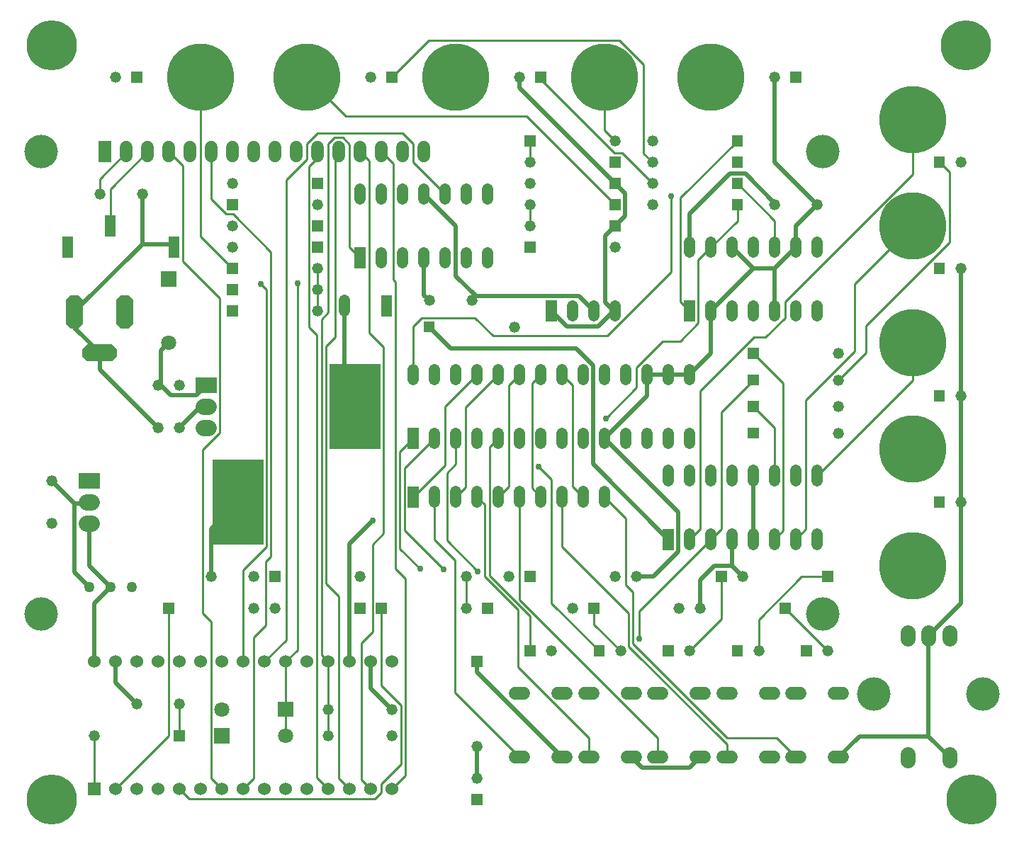
<source format=gbl>
%FSLAX24Y24*%
%MOIN*%
%ADD10C,0.0100*%
%ADD11C,0.0200*%
%ADD12C,0.0300*%
%ADD13C,0.0500*%
%ADD14C,0.0520*%
%ADD15C,0.0591*%
%ADD16C,0.0600*%
%ADD17C,0.0700*%
%ADD18C,0.0709*%
%ADD19C,0.0750*%
%ADD20C,0.1575*%
%ADD21C,0.2362*%
%ADD22C,0.3150*%
D10*
G01X10500Y27000D02*
X9000Y28500D01*
X9000Y28500D02*
X9000Y36000D01*
X8000Y6500D02*
X7999Y5000D01*
X21999Y16250D02*
X22348Y15901D01*
X22348Y15901D02*
X22348Y12499D01*
X22348Y12499D02*
X23919Y10928D01*
X23919Y10928D02*
X23919Y8244D01*
X23919Y8244D02*
X27250Y4913D01*
X27250Y4913D02*
X27250Y4000D01*
X23000Y21999D02*
X21452Y20452D01*
X21452Y20452D02*
X21452Y16702D01*
X21452Y16702D02*
X21000Y16250D01*
X25000Y21999D02*
X24589Y21589D01*
X24589Y21589D02*
X24589Y16660D01*
X24589Y16660D02*
X25000Y16250D01*
X28000Y16250D02*
X29000Y15250D01*
X29000Y15250D02*
X29000Y12089D01*
X29000Y12089D02*
X29320Y11769D01*
X29320Y11769D02*
X29320Y9342D01*
X29320Y9342D02*
X33762Y4900D01*
X33762Y4900D02*
X36099Y4900D01*
X36099Y4900D02*
X37000Y4000D01*
X17500Y11000D02*
X17500Y7370D01*
X17500Y7370D02*
X18426Y6443D01*
X18426Y6443D02*
X18426Y3660D01*
X18426Y3660D02*
X17500Y2734D01*
X17500Y2734D02*
X17500Y2334D01*
X17500Y2334D02*
X17206Y2040D01*
X17206Y2040D02*
X8459Y2040D01*
X8459Y2040D02*
X8000Y2500D01*
X21999Y21999D02*
X20500Y20500D01*
X20500Y20500D02*
X20500Y17750D01*
X20500Y17750D02*
X18999Y16250D01*
X7500Y11000D02*
X7500Y5000D01*
X7500Y5000D02*
X5000Y2500D01*
X28051Y19941D02*
X29500Y21389D01*
X29500Y21389D02*
X29500Y22339D01*
X29500Y22339D02*
X30736Y23575D01*
X30736Y23575D02*
X31548Y23575D01*
X31548Y23575D02*
X32410Y24437D01*
X32410Y24437D02*
X32410Y27410D01*
X32410Y27410D02*
X33000Y28000D01*
X33000Y28000D02*
X34250Y29250D01*
X34250Y29250D02*
X34250Y30000D01*
X6499Y32500D02*
X4750Y30750D01*
X4750Y30750D02*
X4749Y28999D01*
X23999Y16250D02*
X24000Y11413D01*
X24000Y11413D02*
X30500Y4913D01*
X30500Y4913D02*
X30500Y4000D01*
X20424Y12830D02*
X18589Y14665D01*
X18589Y14665D02*
X18589Y17589D01*
X18589Y17589D02*
X20000Y18999D01*
X30249Y32000D02*
X29839Y32410D01*
X29839Y32410D02*
X29839Y36600D01*
X29839Y36600D02*
X28712Y37728D01*
X28712Y37728D02*
X19728Y37728D01*
X19728Y37728D02*
X18000Y36000D01*
X4000Y2500D02*
X4000Y5000D01*
X25000Y36000D02*
X25000Y35909D01*
X25000Y35909D02*
X28480Y32429D01*
X28480Y32429D02*
X28820Y32429D01*
X28820Y32429D02*
X30249Y31000D01*
X21000Y18999D02*
X21000Y17786D01*
X21000Y17786D02*
X20589Y17376D01*
X20589Y17376D02*
X20589Y14189D01*
X20589Y14189D02*
X22047Y12730D01*
X37000Y14250D02*
X37476Y14726D01*
X37476Y14726D02*
X37476Y20807D01*
X37476Y20807D02*
X39761Y23092D01*
X39761Y23092D02*
X39761Y26261D01*
X39761Y26261D02*
X42500Y29000D01*
X38500Y12500D02*
X37264Y12500D01*
X37264Y12500D02*
X35250Y10485D01*
X35250Y10485D02*
X35250Y9000D01*
X24500Y29000D02*
X24500Y30000D01*
X11838Y26275D02*
X12100Y26014D01*
X12100Y26014D02*
X12100Y13914D01*
X12100Y13914D02*
X11000Y12814D01*
X11000Y12814D02*
X11000Y8500D01*
X16499Y32500D02*
X16929Y32070D01*
X16929Y32070D02*
X16929Y23970D01*
X16929Y23970D02*
X17600Y23300D01*
X17600Y23300D02*
X17600Y14522D01*
X17600Y14522D02*
X17089Y14012D01*
X17089Y14012D02*
X17089Y9900D01*
X17089Y9900D02*
X16548Y9358D01*
X16548Y9358D02*
X16548Y2951D01*
X16548Y2951D02*
X17000Y2500D01*
X20000Y16250D02*
X20000Y14250D01*
X20000Y14250D02*
X20965Y13284D01*
X20965Y13284D02*
X20965Y7034D01*
X20965Y7034D02*
X24000Y4000D01*
X32000Y14250D02*
X32500Y14750D01*
X32500Y14750D02*
X32500Y21234D01*
X32500Y21234D02*
X35020Y23754D01*
X35020Y23754D02*
X35575Y23754D01*
X35575Y23754D02*
X36500Y24679D01*
X36500Y24679D02*
X36500Y25439D01*
X36500Y25439D02*
X42500Y31439D01*
X42500Y31439D02*
X42500Y34000D01*
X15500Y32500D02*
X15339Y32339D01*
X15339Y32339D02*
X15339Y23766D01*
X15339Y23766D02*
X14899Y23326D01*
X14899Y23326D02*
X14899Y12176D01*
X14899Y12176D02*
X15500Y11576D01*
X15500Y11576D02*
X15500Y3000D01*
X15500Y3000D02*
X15999Y2500D01*
X26000Y16250D02*
X26000Y13895D01*
X26000Y13895D02*
X29120Y10774D01*
X29120Y10774D02*
X29120Y9216D01*
X29120Y9216D02*
X33750Y4586D01*
X33750Y4586D02*
X33749Y4000D01*
X36499Y11000D02*
X38500Y9000D01*
X13000Y8500D02*
X13000Y6250D01*
X13548Y26304D02*
X13548Y9048D01*
X13548Y9048D02*
X13000Y8500D01*
X13000Y6250D02*
X13000Y5000D01*
X24500Y9000D02*
X24500Y10630D01*
X24500Y10630D02*
X22586Y12544D01*
X22586Y12544D02*
X22586Y18586D01*
X22586Y18586D02*
X23000Y18999D01*
X27500Y11000D02*
X27500Y10250D01*
X27500Y10250D02*
X28750Y9000D01*
X34999Y20500D02*
X36000Y19500D01*
X36000Y19500D02*
X36000Y17250D01*
X24900Y17655D02*
X25500Y17055D01*
X25500Y17055D02*
X25500Y11250D01*
X25500Y11250D02*
X27750Y9000D01*
X33000Y14250D02*
X29620Y10870D01*
X29620Y10870D02*
X29620Y9571D01*
X34999Y21750D02*
X33500Y20250D01*
X33500Y20250D02*
X33500Y14750D01*
X33500Y14750D02*
X33000Y14250D01*
X38999Y21750D02*
X40297Y23047D01*
X40297Y23047D02*
X40297Y24311D01*
X40297Y24311D02*
X44229Y28243D01*
X44229Y28243D02*
X44229Y31520D01*
X44229Y31520D02*
X43750Y31999D01*
X33500Y12500D02*
X33500Y10500D01*
X33500Y10500D02*
X32000Y9000D01*
X15000Y2500D02*
X14450Y3049D01*
X14450Y3049D02*
X14450Y23885D01*
X14450Y23885D02*
X14086Y24248D01*
X14086Y24248D02*
X14086Y31803D01*
X14086Y31803D02*
X14500Y32217D01*
X14500Y32217D02*
X14499Y32500D01*
X24500Y32000D02*
X24500Y33000D01*
X17499Y32500D02*
X18078Y31921D01*
X18078Y31921D02*
X18078Y26454D01*
X18078Y26454D02*
X18178Y26354D01*
X18178Y26354D02*
X18178Y12860D01*
X18178Y12860D02*
X18626Y12412D01*
X18626Y12412D02*
X18626Y3126D01*
X18626Y3126D02*
X18000Y2500D01*
X26000Y21999D02*
X26500Y21500D01*
X26500Y21500D02*
X26500Y16750D01*
X26500Y16750D02*
X26999Y16250D01*
X36000Y14250D02*
X36413Y14663D01*
X36413Y14663D02*
X36413Y21586D01*
X36413Y21586D02*
X34999Y23000D01*
X7499Y32500D02*
X8160Y31839D01*
X8160Y31839D02*
X8160Y27349D01*
X8160Y27349D02*
X9911Y25598D01*
X9911Y25598D02*
X9911Y19285D01*
X9911Y19285D02*
X9086Y18460D01*
X9086Y18460D02*
X9086Y10783D01*
X9086Y10783D02*
X9495Y10374D01*
X9495Y10374D02*
X9495Y3004D01*
X9495Y3004D02*
X10000Y2500D01*
X9499Y32500D02*
X9500Y30262D01*
X9500Y30262D02*
X10191Y29570D01*
X10191Y29570D02*
X10515Y29570D01*
X10515Y29570D02*
X12308Y27776D01*
X12308Y27776D02*
X12308Y13438D01*
X12308Y13438D02*
X12070Y13200D01*
X12070Y13200D02*
X12070Y10191D01*
X12070Y10191D02*
X11500Y9620D01*
X11500Y9620D02*
X11500Y3000D01*
X11500Y3000D02*
X11000Y2500D01*
X32000Y25000D02*
X31577Y25422D01*
X31577Y25422D02*
X31577Y30327D01*
X31577Y30327D02*
X34250Y33000D01*
X5499Y32500D02*
X5500Y32455D01*
X5500Y32455D02*
X4250Y31205D01*
X4250Y31205D02*
X4249Y30500D01*
X21499Y12500D02*
X21500Y11000D01*
X14500Y26000D02*
X14500Y27000D01*
X14500Y25000D02*
X14500Y26000D01*
X28500Y30000D02*
X24331Y34168D01*
X24331Y34168D02*
X15831Y34168D01*
X15831Y34168D02*
X13999Y36000D01*
X18999Y18999D02*
X18378Y18378D01*
X18378Y18378D02*
X18378Y13807D01*
X18378Y13807D02*
X19322Y12863D01*
X16500Y27500D02*
X16000Y28000D01*
X16000Y28000D02*
X16000Y32849D01*
X16000Y32849D02*
X15683Y33166D01*
X15683Y33166D02*
X15308Y33166D01*
X15308Y33166D02*
X15000Y32858D01*
X15000Y32858D02*
X15000Y24920D01*
X15000Y24920D02*
X14682Y24602D01*
X14682Y24602D02*
X14682Y8817D01*
X14682Y8817D02*
X15000Y8500D01*
X15000Y6250D02*
X15000Y8500D01*
X15000Y5000D02*
X15000Y6250D01*
X20500Y30500D02*
X19000Y32000D01*
X19000Y32000D02*
X19000Y32862D01*
X19000Y32862D02*
X18496Y33366D01*
X18496Y33366D02*
X14512Y33366D01*
X14512Y33366D02*
X14000Y32853D01*
X14000Y32853D02*
X14000Y32141D01*
X14000Y32141D02*
X13016Y31157D01*
X13016Y31157D02*
X13016Y9516D01*
X13016Y9516D02*
X12000Y8500D01*
X38000Y17250D02*
X42500Y21750D01*
X42500Y21750D02*
X42500Y23500D01*
X28500Y33000D02*
X28000Y33500D01*
X28000Y33500D02*
X28000Y36000D01*
X18999Y21999D02*
X19000Y24262D01*
X19000Y24262D02*
X19397Y24660D01*
X19397Y24660D02*
X21914Y24660D01*
X21914Y24660D02*
X22752Y23821D01*
X22752Y23821D02*
X28146Y23821D01*
X28146Y23821D02*
X31146Y26820D01*
X31146Y26820D02*
X31146Y30417D01*
X36000Y28000D02*
X36000Y29250D01*
X36000Y29250D02*
X34250Y31000D01*
X23999Y21999D02*
X23500Y21500D01*
X23500Y21500D02*
X23500Y16750D01*
X23500Y16750D02*
X23000Y16250D01*
D11*
G01X28000Y18999D02*
X31460Y15539D01*
X31460Y15539D02*
X31460Y13663D01*
X31460Y13663D02*
X30296Y12500D01*
X30296Y12500D02*
X29500Y12500D01*
X30000Y21999D02*
X30000Y21000D01*
X30000Y21000D02*
X28000Y18999D01*
X31000Y21999D02*
X31999Y21999D01*
X30000Y21999D02*
X31000Y21999D01*
X35000Y27000D02*
X36000Y27000D01*
X34000Y28000D02*
X35000Y27000D01*
X35000Y27000D02*
X33000Y25000D01*
X31999Y21999D02*
X33000Y23000D01*
X33000Y23000D02*
X33000Y25000D01*
X6999Y19500D02*
X4250Y22250D01*
X4250Y22250D02*
X4250Y23035D01*
X4250Y23035D02*
X3068Y24216D01*
X3068Y24216D02*
X3068Y24964D01*
X28500Y31000D02*
X24000Y35500D01*
X24000Y35500D02*
X24000Y36000D01*
X28500Y29000D02*
X28960Y29460D01*
X28960Y29460D02*
X28960Y30539D01*
X28960Y30539D02*
X28500Y31000D01*
X26000Y4000D02*
X22000Y8000D01*
X22000Y8000D02*
X22000Y8500D01*
X28419Y25012D02*
X27685Y24278D01*
X27685Y24278D02*
X26221Y24278D01*
X26221Y24278D02*
X25500Y25000D01*
X28500Y29000D02*
X28027Y28527D01*
X28027Y28527D02*
X28027Y25404D01*
X28027Y25404D02*
X28419Y25012D01*
X28500Y25000D02*
X28487Y25012D01*
X28487Y25012D02*
X28419Y25012D01*
X44750Y16000D02*
X44750Y11224D01*
X44750Y11224D02*
X43234Y9708D01*
X44750Y21000D02*
X44750Y16000D01*
X43234Y4984D02*
X43234Y9708D01*
X44218Y3999D02*
X43234Y4984D01*
X43234Y4984D02*
X39984Y4984D01*
X39984Y4984D02*
X39000Y4000D01*
X37999Y30000D02*
X36000Y32000D01*
X36000Y32000D02*
X36000Y36000D01*
X37000Y28000D02*
X37000Y29000D01*
X37000Y29000D02*
X37999Y30000D01*
X36000Y27000D02*
X37000Y28000D01*
X32500Y4000D02*
X31992Y3492D01*
X31992Y3492D02*
X29757Y3492D01*
X29757Y3492D02*
X29250Y4000D01*
X3049Y15950D02*
X3700Y15950D01*
X3700Y15950D02*
X3750Y15999D01*
X36000Y27000D02*
X36000Y25000D01*
X6250Y28145D02*
X3068Y24964D01*
X6250Y30500D02*
X6250Y28145D01*
X7749Y27999D02*
X7604Y28145D01*
X7604Y28145D02*
X6250Y28145D01*
X10750Y15999D02*
X9500Y14750D01*
X9500Y14750D02*
X9499Y12500D01*
X3049Y15950D02*
X1999Y17000D01*
X3750Y12000D02*
X3049Y12700D01*
X3049Y12700D02*
X3049Y15950D01*
X44750Y21000D02*
X44750Y26999D01*
X5000Y8500D02*
X5000Y7500D01*
X5000Y7500D02*
X6000Y6500D01*
X34000Y13000D02*
X34500Y12500D01*
X34000Y14250D02*
X34000Y13000D01*
X32499Y11000D02*
X32500Y12327D01*
X32500Y12327D02*
X33172Y13000D01*
X33172Y13000D02*
X34000Y13000D01*
X35000Y17250D02*
X35000Y14250D01*
X15749Y25250D02*
X15750Y21000D01*
X15750Y21000D02*
X16250Y20500D01*
X7999Y19500D02*
X9000Y20500D01*
X9000Y20500D02*
X9250Y20500D01*
X19750Y24250D02*
X20758Y23241D01*
X20758Y23241D02*
X26650Y23241D01*
X26650Y23241D02*
X27460Y22432D01*
X27460Y22432D02*
X27460Y17789D01*
X27460Y17789D02*
X31000Y14250D01*
X19750Y25500D02*
X19500Y25750D01*
X19500Y25750D02*
X19500Y27500D01*
X32000Y28000D02*
X32000Y29558D01*
X32000Y29558D02*
X33901Y31460D01*
X33901Y31460D02*
X34625Y31460D01*
X34625Y31460D02*
X36000Y30085D01*
X36000Y30085D02*
X36000Y30000D01*
X4750Y12000D02*
X4000Y11250D01*
X4000Y11250D02*
X4000Y8500D01*
X3750Y15000D02*
X3750Y13000D01*
X3750Y13000D02*
X4750Y12000D01*
X22000Y4500D02*
X22000Y3000D01*
X21950Y25700D02*
X21750Y25500D01*
X27500Y25000D02*
X26799Y25700D01*
X26799Y25700D02*
X21950Y25700D01*
X21950Y25700D02*
X21000Y26650D01*
X21000Y26650D02*
X21000Y29000D01*
X21000Y29000D02*
X19500Y30500D01*
X17091Y15139D02*
X16000Y14048D01*
X16000Y14048D02*
X15999Y8500D01*
X18000Y6250D02*
X17000Y7250D01*
X17000Y7250D02*
X17000Y8500D01*
X7140Y21500D02*
X7140Y23140D01*
X7140Y23140D02*
X7500Y23500D01*
X7140Y21500D02*
X7000Y21500D01*
X9250Y21500D02*
X8782Y21032D01*
X8782Y21032D02*
X7607Y21032D01*
X7607Y21032D02*
X7140Y21500D01*
D12*
G01X28051Y19941D03*
X20424Y12830D03*
X22047Y12730D03*
X11838Y26275D03*
X13548Y26304D03*
X24900Y17655D03*
X29620Y9571D03*
X19322Y12863D03*
X31146Y30417D03*
X17091Y15139D03*
D13*
G01X5750Y12000D03*
X3750Y12000D03*
X4750Y12000D03*
D14*
G01X25500Y9000D03*
X26500Y11000D03*
X12500Y11000D03*
X21499Y12500D03*
X23500Y12500D03*
X24500Y31000D03*
X14500Y25000D03*
X32000Y9000D03*
X14500Y27000D03*
X2000Y15000D03*
X2000Y17000D03*
X8000Y21500D03*
X8000Y19500D03*
X21500Y11000D03*
X28500Y12500D03*
X8000Y6500D03*
X6000Y6500D03*
X24500Y32000D03*
X22000Y3000D03*
X10500Y31000D03*
X7000Y21500D03*
X6999Y19500D03*
X22000Y4500D03*
X28750Y9000D03*
X38500Y9000D03*
X4250Y30500D03*
X6250Y30500D03*
X18000Y6250D03*
X15000Y6250D03*
X24500Y30000D03*
X11500Y11000D03*
X23750Y24250D03*
X28500Y28000D03*
X4000Y5000D03*
X24500Y29000D03*
X16500Y12500D03*
X35250Y9000D03*
X14500Y26000D03*
X11499Y12500D03*
X9499Y12500D03*
X32499Y11000D03*
X29500Y12500D03*
X34500Y12500D03*
X15000Y5000D03*
X18000Y5000D03*
X31500Y11000D03*
X28500Y33000D03*
X14500Y30000D03*
X10500Y29000D03*
X10500Y28000D03*
X19750Y25500D03*
X21750Y25500D03*
X5000Y36000D03*
X16999Y36000D03*
X24000Y36000D03*
X36000Y36000D03*
X30250Y33000D03*
X30250Y32000D03*
X30250Y30000D03*
X30250Y31000D03*
X36000Y30000D03*
X37999Y30000D03*
X44750Y32000D03*
X44750Y26999D03*
X44750Y21000D03*
X44750Y16000D03*
X38999Y23000D03*
X38999Y21750D03*
X38999Y20500D03*
X38999Y19250D03*
X20000Y16010D02*
X20000Y16490D01*
X26999Y16010D02*
X26999Y16490D01*
X28000Y16010D02*
X28000Y16490D01*
X26000Y16010D02*
X26000Y16490D01*
X23999Y16010D02*
X23999Y16490D01*
X23000Y16010D02*
X23000Y16490D01*
X21000Y16010D02*
X21000Y16490D01*
X21999Y16010D02*
X21999Y16490D01*
X25000Y16010D02*
X25000Y16490D01*
X28500Y24760D02*
X28500Y25240D01*
X27500Y24760D02*
X27500Y25240D01*
X26500Y24760D02*
X26500Y25240D01*
X15749Y25490D02*
X15749Y25010D01*
X20500Y30260D02*
X20500Y30740D01*
X17500Y27260D02*
X17500Y27740D01*
X19500Y30260D02*
X19500Y30740D01*
X18500Y30260D02*
X18500Y30740D01*
X18500Y27260D02*
X18500Y27740D01*
X22500Y27260D02*
X22500Y27740D01*
X22500Y30260D02*
X22500Y30740D01*
X17500Y30260D02*
X17500Y30740D01*
X16500Y30260D02*
X16500Y30740D01*
X20500Y27260D02*
X20500Y27740D01*
X21500Y27260D02*
X21500Y27740D01*
X21500Y30260D02*
X21500Y30740D01*
X19500Y27260D02*
X19500Y27740D01*
X26000Y18760D02*
X26000Y19240D01*
X29000Y18760D02*
X29000Y19240D01*
X28000Y21760D02*
X28000Y22239D01*
X23000Y18760D02*
X23000Y19240D01*
X29000Y21760D02*
X29000Y22239D01*
X20000Y21760D02*
X20000Y22239D01*
X21999Y21760D02*
X21999Y22239D01*
X31000Y18760D02*
X31000Y19240D01*
X21000Y21760D02*
X21000Y22239D01*
X26000Y21760D02*
X26000Y22239D01*
X31000Y21760D02*
X31000Y22239D01*
X32000Y21760D02*
X32000Y22239D01*
X18999Y21760D02*
X18999Y22239D01*
X25000Y21760D02*
X25000Y22239D01*
X32000Y18760D02*
X32000Y19240D01*
X26999Y21760D02*
X26999Y22239D01*
X25000Y18760D02*
X25000Y19240D01*
X30000Y21760D02*
X30000Y22239D01*
X30000Y18760D02*
X30000Y19240D01*
X21999Y18760D02*
X21999Y19240D01*
X23999Y21760D02*
X23999Y22239D01*
X20000Y18760D02*
X20000Y19240D01*
X21000Y18760D02*
X21000Y19240D01*
X23000Y21760D02*
X23000Y22239D01*
X23999Y18760D02*
X23999Y19240D01*
X28000Y18760D02*
X28000Y19240D01*
X26999Y18760D02*
X26999Y19240D01*
X38000Y24760D02*
X38000Y25240D01*
X33000Y24760D02*
X33000Y25240D01*
X35000Y27760D02*
X35000Y28240D01*
X38000Y27760D02*
X38000Y28240D01*
X34000Y27760D02*
X34000Y28240D01*
X36000Y27760D02*
X36000Y28240D01*
X35000Y24760D02*
X35000Y25240D01*
X36000Y24760D02*
X36000Y25240D01*
X37000Y24760D02*
X37000Y25240D01*
X34000Y24760D02*
X34000Y25240D01*
X33000Y27760D02*
X33000Y28240D01*
X32000Y27760D02*
X32000Y28240D01*
X37000Y27760D02*
X37000Y28240D01*
X35000Y17010D02*
X35000Y17490D01*
X36000Y14010D02*
X36000Y14490D01*
X33000Y17010D02*
X33000Y17490D01*
X34000Y17010D02*
X34000Y17490D01*
X35000Y14010D02*
X35000Y14490D01*
X33000Y14010D02*
X33000Y14490D01*
X36000Y17010D02*
X36000Y17490D01*
X38000Y17010D02*
X38000Y17490D01*
X37000Y17010D02*
X37000Y17490D01*
X38000Y14010D02*
X38000Y14490D01*
X37000Y14010D02*
X37000Y14490D01*
X31000Y17010D02*
X31000Y17490D01*
X32000Y17010D02*
X32000Y17490D01*
X34000Y14010D02*
X34000Y14490D01*
X32000Y14010D02*
X32000Y14490D01*
D15*
G01X11499Y32295D02*
X11499Y32704D01*
X12499Y32295D02*
X12499Y32704D01*
X18500Y32295D02*
X18500Y32704D01*
X13499Y32295D02*
X13499Y32704D01*
X6499Y32295D02*
X6499Y32704D01*
X19499Y32295D02*
X19499Y32704D01*
X8499Y32295D02*
X8499Y32704D01*
X17499Y32295D02*
X17499Y32704D01*
X9499Y32295D02*
X9499Y32704D01*
X7499Y32295D02*
X7499Y32704D01*
X16499Y32295D02*
X16499Y32704D01*
X10499Y32295D02*
X10499Y32704D01*
X5499Y32295D02*
X5499Y32704D01*
X14499Y32295D02*
X14499Y32704D01*
X15500Y32295D02*
X15500Y32704D01*
D16*
G01X9000Y8500D03*
X9000Y2500D03*
X8000Y8500D03*
X11000Y8500D03*
X17000Y8500D03*
X13000Y2500D03*
X5000Y2500D03*
X16000Y2500D03*
X13000Y8500D03*
X10000Y2500D03*
X14000Y8500D03*
X4000Y8500D03*
X6000Y8500D03*
X17000Y2500D03*
X18000Y8500D03*
X16000Y8500D03*
X15000Y8500D03*
X6000Y2500D03*
X14000Y2500D03*
X7000Y8500D03*
X11000Y2500D03*
X15000Y2500D03*
X18000Y2500D03*
X12000Y2500D03*
X7000Y2500D03*
X8000Y2500D03*
X10000Y8500D03*
X5000Y8500D03*
X12000Y8500D03*
X39200Y4000D02*
X38800Y4000D01*
X37199Y7000D02*
X36800Y7000D01*
X37199Y4000D02*
X36800Y4000D01*
X39200Y7000D02*
X38800Y7000D01*
X32700Y4000D02*
X32300Y4000D01*
X30700Y7000D02*
X30300Y7000D01*
X30700Y4000D02*
X30300Y4000D01*
X32700Y7000D02*
X32300Y7000D01*
X26199Y4000D02*
X25800Y4000D01*
X24200Y7000D02*
X23800Y7000D01*
X24200Y4000D02*
X23800Y4000D01*
X26199Y7000D02*
X25800Y7000D01*
X35949Y4000D02*
X35550Y4000D01*
X33949Y7000D02*
X33549Y7000D01*
X33949Y4000D02*
X33549Y4000D01*
X35949Y7000D02*
X35550Y7000D01*
X29450Y4000D02*
X29050Y4000D01*
X27450Y7000D02*
X27050Y7000D01*
X27450Y4000D02*
X27050Y4000D01*
X29450Y7000D02*
X29050Y7000D01*
D17*
G01X42250Y3850D02*
X42250Y4149D01*
X42250Y9558D02*
X42250Y9858D01*
X43234Y9558D02*
X43234Y9858D01*
X44218Y9558D02*
X44218Y9858D01*
X44218Y3850D02*
X44218Y4149D01*
D18*
G01X9999Y6250D03*
X13000Y5000D03*
X7500Y23500D03*
D19*
G01X9125Y19500D02*
X9375Y19500D01*
X9125Y20500D02*
X9375Y20500D01*
X3625Y15000D02*
X3875Y15000D01*
X3625Y16000D02*
X3875Y16000D01*
D20*
G01X1499Y32500D03*
X38250Y10749D03*
X1499Y10749D03*
X38250Y32500D03*
X45793Y6952D03*
X40675Y6952D03*
D21*
G01X45000Y37500D03*
X2000Y2000D03*
X45250Y2000D03*
X2000Y37500D03*
D22*
G01X33000Y36000D03*
X28000Y36000D03*
X13999Y36000D03*
X9000Y36000D03*
X21000Y36000D03*
X42500Y34000D03*
X42500Y29000D03*
X42500Y23500D03*
X42500Y18500D03*
X42500Y13000D03*
G36*
X24760Y9260D02*G01*
X24240Y9260D01*X24240Y8740D01*X24760Y8740D01*G37*
G36*
X22760Y11260D02*G01*
X22240Y11260D01*X22240Y10740D01*X22760Y10740D01*G37*
G36*
X2489Y27499D02*G01*
X3009Y27499D01*X3009Y28500D01*X2489Y28500D01*G37*
G36*
X7489Y27499D02*G01*
X8009Y27499D01*X8009Y28499D01*X7489Y28500D01*G37*
G36*
X4489Y28500D02*G01*
X5009Y28500D01*X5009Y29500D01*X4489Y29500D01*G37*
G36*
X12645Y5895D02*G01*
X13354Y5895D01*X13354Y6604D01*X12645Y6604D01*G37*
G36*
X16240Y10740D02*G01*
X16760Y10740D01*X16760Y11260D01*X16240Y11260D01*G37*
G36*
X28240Y30739D02*G01*
X28760Y30739D01*X28760Y31259D01*X28240Y31259D01*G37*
G36*
X10760Y25260D02*G01*
X10240Y25260D01*X10240Y24740D01*X10760Y24740D01*G37*
G36*
X31260Y9260D02*G01*
X30740Y9260D01*X30740Y8740D01*X31260Y8740D01*G37*
G36*
X10760Y27260D02*G01*
X10240Y27260D01*X10240Y26740D01*X10760Y26740D01*G37*
G36*
X17760Y11260D02*G01*
X17240Y11260D01*X17240Y10740D01*X17760Y10740D01*G37*
G36*
X24760Y12760D02*G01*
X24240Y12760D01*X24240Y12240D01*X24760Y12240D01*G37*
G36*
X28240Y31740D02*G01*
X28760Y31740D01*X28760Y32260D01*X28240Y32260D01*G37*
G36*
X4795Y32999D02*G01*
X4204Y32999D01*X4204Y32000D01*X4795Y32000D01*G37*
G36*
X21740Y2260D02*G01*
X21740Y1740D01*X22260Y1740D01*X22260Y2260D01*G37*
G36*
X14239Y30739D02*G01*
X14760Y30739D01*X14760Y31259D01*X14239Y31259D01*G37*
G36*
X22260Y8240D02*G01*
X22260Y8760D01*X21740Y8760D01*X21740Y8240D01*G37*
G36*
X28010Y9260D02*G01*
X27490Y9260D01*X27490Y8740D01*X28010Y8740D01*G37*
G36*
X10354Y5354D02*G01*
X9645Y5354D01*X9645Y4645D01*X10354Y4645D01*G37*
G36*
X37760Y9260D02*G01*
X37240Y9260D01*X37240Y8740D01*X37760Y8740D01*G37*
G36*
X28240Y29740D02*G01*
X28760Y29740D01*X28760Y30260D01*X28240Y30260D01*G37*
G36*
X17449Y18500D02*G01*
X17450Y22500D01*X15050Y22500D01*X15050Y18500D01*G37*
G36*
X9750Y21125D02*G01*
X9750Y21875D01*X8750Y21875D01*X8750Y21125D01*G37*
G36*
X7854Y26145D02*G01*
X7854Y26854D01*X7145Y26854D01*X7145Y26145D01*G37*
G36*
X7760Y11260D02*G01*
X7240Y11260D01*X7240Y10740D01*X7760Y10740D01*G37*
G36*
X20010Y24510D02*G01*
X19490Y24510D01*X19490Y23990D01*X20010Y23990D01*G37*
G36*
X24760Y28260D02*G01*
X24240Y28260D01*X24240Y27740D01*X24760Y27740D01*G37*
G36*
X7740Y4740D02*G01*
X8260Y4740D01*X8260Y5260D01*X7740Y5260D01*G37*
G36*
X28240Y28740D02*G01*
X28760Y28740D01*X28760Y29260D01*X28240Y29260D01*G37*
G36*
X12760Y12760D02*G01*
X12240Y12760D01*X12240Y12240D01*X12760Y12240D01*G37*
G36*
X34510Y9260D02*G01*
X33990Y9260D01*X33990Y8740D01*X34510Y8740D01*G37*
G36*
X10760Y26260D02*G01*
X10240Y26260D01*X10240Y25740D01*X10760Y25740D01*G37*
G36*
X36240Y10740D02*G01*
X36759Y10740D01*X36759Y11260D01*X36240Y11260D01*G37*
G36*
X33240Y12240D02*G01*
X33760Y12240D01*X33760Y12760D01*X33240Y12760D01*G37*
G36*
X38240Y12240D02*G01*
X38760Y12240D01*X38760Y12760D01*X38240Y12760D01*G37*
G36*
X27760Y11260D02*G01*
X27240Y11260D01*X27240Y10740D01*X27760Y10740D01*G37*
G36*
X19260Y16750D02*G01*
X18740Y16750D01*X18740Y15750D01*X19260Y15750D01*G37*
G36*
X11949Y13999D02*G01*
X11950Y18000D01*X9550Y18000D01*X9550Y13999D01*G37*
G36*
X4250Y16625D02*G01*
X4250Y17375D01*X3250Y17375D01*X3250Y16625D01*G37*
G36*
X5594Y25751D02*G01*
X5824Y25521D01*X5824Y24407D01*X5594Y24177D01*X5268Y24177D01*X5037Y24407D01*X5037Y25521D01*X5268Y25751D01*G37*
G36*
X4846Y23429D02*G01*
X5076Y23198D01*X5076Y22872D01*X4846Y22641D01*X3653Y22641D01*X3423Y22872D01*X3423Y23198D01*X3653Y23429D01*G37*
G36*
X3231Y25751D02*G01*
X3462Y25521D01*X3462Y24407D01*X3231Y24177D01*X2905Y24177D01*X2675Y24407D01*X2675Y25521D01*X2905Y25751D01*G37*
G36*
X25760Y25500D02*G01*
X25240Y25500D01*X25240Y24499D01*X25760Y24499D01*G37*
G36*
X17489Y24750D02*G01*
X18010Y24750D01*X18010Y25750D01*X17489Y25750D01*G37*
G36*
X16760Y28000D02*G01*
X16240Y28000D01*X16240Y27000D01*X16760Y27000D01*G37*
G36*
X24760Y33260D02*G01*
X24240Y33260D01*X24240Y32740D01*X24760Y32740D01*G37*
G36*
X10760Y30260D02*G01*
X10240Y30260D01*X10240Y29740D01*X10760Y29740D01*G37*
G36*
X14239Y28740D02*G01*
X14760Y28740D01*X14760Y29260D01*X14239Y29260D01*G37*
G36*
X14239Y27739D02*G01*
X14760Y27739D01*X14760Y28259D01*X14239Y28259D01*G37*
G36*
X4300Y2800D02*G01*
X3700Y2800D01*X3700Y2200D01*X4300Y2200D01*G37*
G36*
X19260Y19499D02*G01*
X18740Y19499D01*X18740Y18500D01*X19260Y18500D01*G37*
G36*
X32260Y25500D02*G01*
X31740Y25500D01*X31740Y24500D01*X32260Y24500D01*G37*
G36*
X5740Y35739D02*G01*
X6260Y35739D01*X6260Y36260D01*X5740Y36260D01*G37*
G36*
X17739Y35739D02*G01*
X18259Y35739D01*X18259Y36260D01*X17739Y36260D01*G37*
G36*
X24740Y35739D02*G01*
X25260Y35739D01*X25260Y36260D01*X24740Y36260D01*G37*
G36*
X36740Y35739D02*G01*
X37260Y35739D01*X37260Y36260D01*X36740Y36260D01*G37*
G36*
X33990Y32740D02*G01*
X34510Y32740D01*X34510Y33260D01*X33990Y33260D01*G37*
G36*
X33990Y31740D02*G01*
X34510Y31740D01*X34510Y32260D01*X33990Y32260D01*G37*
G36*
X33990Y29740D02*G01*
X34510Y29740D01*X34510Y30260D01*X33990Y30260D01*G37*
G36*
X33990Y30739D02*G01*
X34510Y30739D01*X34510Y31259D01*X33990Y31259D01*G37*
G36*
X44010Y32260D02*G01*
X43490Y32260D01*X43490Y31740D01*X44010Y31740D01*G37*
G36*
X44010Y27260D02*G01*
X43490Y27260D01*X43490Y26740D01*X44010Y26740D01*G37*
G36*
X44010Y21260D02*G01*
X43490Y21260D01*X43490Y20739D01*X44010Y20739D01*G37*
G36*
X44010Y16260D02*G01*
X43490Y16260D01*X43490Y15740D01*X44010Y15740D01*G37*
G36*
X35260Y23260D02*G01*
X34740Y23260D01*X34740Y22740D01*X35260Y22740D01*G37*
G36*
X35260Y22010D02*G01*
X34740Y22010D01*X34740Y21490D01*X35260Y21490D01*G37*
G36*
X35260Y20760D02*G01*
X34740Y20760D01*X34740Y20240D01*X35260Y20240D01*G37*
G36*
X35260Y19510D02*G01*
X34740Y19510D01*X34740Y18990D01*X35260Y18990D01*G37*
G36*
X31260Y14750D02*G01*
X30740Y14750D01*X30740Y13750D01*X31260Y13750D01*G37*
M02*

</source>
